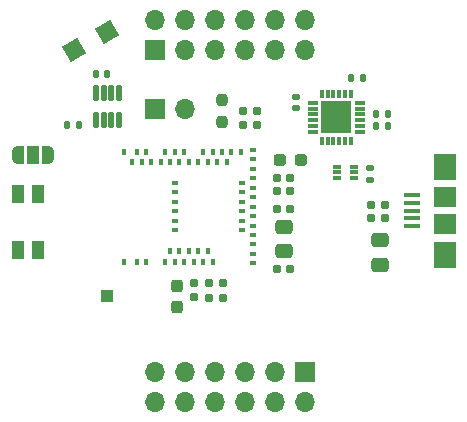
<source format=gbr>
%TF.GenerationSoftware,KiCad,Pcbnew,7.0.5*%
%TF.CreationDate,2023-06-02T12:39:08-04:00*%
%TF.ProjectId,MCU,4d43552e-6b69-4636-9164-5f7063625858,rev?*%
%TF.SameCoordinates,Original*%
%TF.FileFunction,Soldermask,Top*%
%TF.FilePolarity,Negative*%
%FSLAX46Y46*%
G04 Gerber Fmt 4.6, Leading zero omitted, Abs format (unit mm)*
G04 Created by KiCad (PCBNEW 7.0.5) date 2023-06-02 12:39:08*
%MOMM*%
%LPD*%
G01*
G04 APERTURE LIST*
G04 Aperture macros list*
%AMRoundRect*
0 Rectangle with rounded corners*
0 $1 Rounding radius*
0 $2 $3 $4 $5 $6 $7 $8 $9 X,Y pos of 4 corners*
0 Add a 4 corners polygon primitive as box body*
4,1,4,$2,$3,$4,$5,$6,$7,$8,$9,$2,$3,0*
0 Add four circle primitives for the rounded corners*
1,1,$1+$1,$2,$3*
1,1,$1+$1,$4,$5*
1,1,$1+$1,$6,$7*
1,1,$1+$1,$8,$9*
0 Add four rect primitives between the rounded corners*
20,1,$1+$1,$2,$3,$4,$5,0*
20,1,$1+$1,$4,$5,$6,$7,0*
20,1,$1+$1,$6,$7,$8,$9,0*
20,1,$1+$1,$8,$9,$2,$3,0*%
%AMRotRect*
0 Rectangle, with rotation*
0 The origin of the aperture is its center*
0 $1 length*
0 $2 width*
0 $3 Rotation angle, in degrees counterclockwise*
0 Add horizontal line*
21,1,$1,$2,0,0,$3*%
%AMFreePoly0*
4,1,19,0.550000,-0.750000,0.000000,-0.750000,0.000000,-0.744911,-0.071157,-0.744911,-0.207708,-0.704816,-0.327430,-0.627875,-0.420627,-0.520320,-0.479746,-0.390866,-0.500000,-0.250000,-0.500000,0.250000,-0.479746,0.390866,-0.420627,0.520320,-0.327430,0.627875,-0.207708,0.704816,-0.071157,0.744911,0.000000,0.744911,0.000000,0.750000,0.550000,0.750000,0.550000,-0.750000,0.550000,-0.750000,
$1*%
%AMFreePoly1*
4,1,19,0.000000,0.744911,0.071157,0.744911,0.207708,0.704816,0.327430,0.627875,0.420627,0.520320,0.479746,0.390866,0.500000,0.250000,0.500000,-0.250000,0.479746,-0.390866,0.420627,-0.520320,0.327430,-0.627875,0.207708,-0.704816,0.071157,-0.744911,0.000000,-0.744911,0.000000,-0.750000,-0.550000,-0.750000,-0.550000,0.750000,0.000000,0.750000,0.000000,0.744911,0.000000,0.744911,
$1*%
G04 Aperture macros list end*
%ADD10R,1.700000X1.700000*%
%ADD11O,1.700000X1.700000*%
%ADD12R,0.350000X0.800000*%
%ADD13R,0.850000X0.350000*%
%ADD14R,2.600000X2.700000*%
%ADD15RoundRect,0.237500X0.287500X0.237500X-0.287500X0.237500X-0.287500X-0.237500X0.287500X-0.237500X0*%
%ADD16RoundRect,0.155000X0.212500X0.155000X-0.212500X0.155000X-0.212500X-0.155000X0.212500X-0.155000X0*%
%ADD17RoundRect,0.140000X0.140000X0.170000X-0.140000X0.170000X-0.140000X-0.170000X0.140000X-0.170000X0*%
%ADD18RoundRect,0.160000X0.160000X-0.197500X0.160000X0.197500X-0.160000X0.197500X-0.160000X-0.197500X0*%
%ADD19RoundRect,0.160000X-0.197500X-0.160000X0.197500X-0.160000X0.197500X0.160000X-0.197500X0.160000X0*%
%ADD20R,1.000000X1.000000*%
%ADD21RoundRect,0.237500X0.237500X-0.287500X0.237500X0.287500X-0.237500X0.287500X-0.237500X-0.287500X0*%
%ADD22RoundRect,0.160000X0.197500X0.160000X-0.197500X0.160000X-0.197500X-0.160000X0.197500X-0.160000X0*%
%ADD23RoundRect,0.250000X-0.475000X0.337500X-0.475000X-0.337500X0.475000X-0.337500X0.475000X0.337500X0*%
%ADD24R,0.660000X0.310000*%
%ADD25RoundRect,0.125000X0.125000X-0.537500X0.125000X0.537500X-0.125000X0.537500X-0.125000X-0.537500X0*%
%ADD26RoundRect,0.135000X0.135000X0.185000X-0.135000X0.185000X-0.135000X-0.185000X0.135000X-0.185000X0*%
%ADD27RoundRect,0.237500X0.237500X-0.250000X0.237500X0.250000X-0.237500X0.250000X-0.237500X-0.250000X0*%
%ADD28R,0.400000X0.600000*%
%ADD29R,0.600000X0.400000*%
%ADD30R,1.100000X1.500000*%
%ADD31RoundRect,0.140000X-0.140000X-0.170000X0.140000X-0.170000X0.140000X0.170000X-0.140000X0.170000X0*%
%ADD32FreePoly0,180.000000*%
%ADD33R,1.000000X1.500000*%
%ADD34FreePoly1,180.000000*%
%ADD35RotRect,1.500000X1.500000X30.000000*%
%ADD36RoundRect,0.140000X-0.170000X0.140000X-0.170000X-0.140000X0.170000X-0.140000X0.170000X0.140000X0*%
%ADD37RoundRect,0.160000X-0.160000X0.197500X-0.160000X-0.197500X0.160000X-0.197500X0.160000X0.197500X0*%
%ADD38R,1.400000X0.400000*%
%ADD39R,1.900000X2.300000*%
%ADD40R,1.900000X1.800000*%
G04 APERTURE END LIST*
D10*
%TO.C,J4*%
X143810000Y-91510000D03*
D11*
X146350000Y-91510000D03*
%TD*%
D12*
%TO.C,U1*%
X157930000Y-94197500D03*
X158430000Y-94197500D03*
X158930000Y-94197500D03*
X159430000Y-94197500D03*
X159930000Y-94197500D03*
X160430000Y-94197500D03*
D13*
X161155000Y-93447500D03*
X161155000Y-92947500D03*
X161155000Y-92447500D03*
X161155000Y-91947500D03*
X161155000Y-91447500D03*
X161155000Y-90947500D03*
D12*
X160430000Y-90197500D03*
X159930000Y-90197500D03*
X159430000Y-90197500D03*
X158930000Y-90197500D03*
X158430000Y-90197500D03*
X157930000Y-90197500D03*
D13*
X157205000Y-90947500D03*
X157205000Y-91447500D03*
X157205000Y-91947500D03*
X157205000Y-92447500D03*
X157205000Y-92947500D03*
X157205000Y-93447500D03*
D14*
X159180000Y-92197500D03*
%TD*%
D15*
%TO.C,L1*%
X156165000Y-95840000D03*
X154415000Y-95840000D03*
%TD*%
D16*
%TO.C,C5*%
X155287500Y-97350000D03*
X154152500Y-97350000D03*
%TD*%
D17*
%TO.C,C1*%
X161400000Y-88870000D03*
X160440000Y-88870000D03*
%TD*%
D16*
%TO.C,C2*%
X155287500Y-105040000D03*
X154152500Y-105040000D03*
%TD*%
D18*
%TO.C,R11*%
X147160000Y-107436121D03*
X147160000Y-106241121D03*
%TD*%
D19*
%TO.C,R6*%
X162122500Y-100750000D03*
X163317500Y-100750000D03*
%TD*%
D20*
%TO.C,TP3*%
X139760000Y-107278621D03*
%TD*%
D21*
%TO.C,D1*%
X145670000Y-108228621D03*
X145670000Y-106478621D03*
%TD*%
D10*
%TO.C,J1*%
X143810000Y-86465599D03*
D11*
X143810000Y-83925599D03*
X146350000Y-86465599D03*
X146350000Y-83925599D03*
X148890000Y-86465599D03*
X148890000Y-83925599D03*
X151430000Y-86465599D03*
X151430000Y-83925599D03*
X153970000Y-86465599D03*
X153970000Y-83925599D03*
X156510000Y-86465599D03*
X156510000Y-83925599D03*
%TD*%
D22*
%TO.C,R2*%
X152447500Y-91660000D03*
X151252500Y-91660000D03*
%TD*%
D23*
%TO.C,C9*%
X162840000Y-102587110D03*
X162840000Y-104662110D03*
%TD*%
D24*
%TO.C,IC1*%
X159230000Y-96358621D03*
X159230000Y-96858621D03*
X159230000Y-97358621D03*
X160700000Y-97358621D03*
X160700000Y-96858621D03*
X160700000Y-96358621D03*
%TD*%
D25*
%TO.C,U3*%
X138820000Y-92387500D03*
X139470000Y-92387500D03*
X140120000Y-92387500D03*
X140770000Y-92387500D03*
X140770000Y-90112500D03*
X140120000Y-90112500D03*
X139470000Y-90112500D03*
X138820000Y-90112500D03*
%TD*%
D10*
%TO.C,J2*%
X156510000Y-113743621D03*
D11*
X156510000Y-116283621D03*
X153970000Y-113743621D03*
X153970000Y-116283621D03*
X151430000Y-113743621D03*
X151430000Y-116283621D03*
X148890000Y-113743621D03*
X148890000Y-116283621D03*
X146350000Y-113743621D03*
X146350000Y-116283621D03*
X143810000Y-113743621D03*
X143810000Y-116283621D03*
%TD*%
D26*
%TO.C,R4*%
X137410000Y-92830000D03*
X136390000Y-92830000D03*
%TD*%
D23*
%TO.C,Y1*%
X154720000Y-101467500D03*
X154720000Y-103542500D03*
%TD*%
D17*
%TO.C,C3*%
X163510000Y-92950000D03*
X162550000Y-92950000D03*
%TD*%
%TO.C,C7*%
X163510000Y-91950000D03*
X162550000Y-91950000D03*
%TD*%
D27*
%TO.C,R3*%
X149460000Y-92572500D03*
X149460000Y-90747500D03*
%TD*%
D28*
%TO.C,U2*%
X141189995Y-104399991D03*
X142289995Y-104399991D03*
X143089995Y-104399991D03*
X144689995Y-104399991D03*
X145089995Y-103499991D03*
X145489995Y-104399991D03*
X145889995Y-103499991D03*
X146289995Y-104399991D03*
X146689995Y-103499991D03*
X147089995Y-104399991D03*
X147489995Y-103499991D03*
X147889995Y-104399991D03*
X148289995Y-103499991D03*
X148689995Y-104399991D03*
D29*
X152089995Y-104549991D03*
X152089995Y-103749991D03*
X152089995Y-102949991D03*
X152089995Y-102149991D03*
X151189995Y-101749991D03*
X152089995Y-101349991D03*
X151189995Y-100949991D03*
X152089995Y-100549991D03*
X151189995Y-100149991D03*
X152089995Y-99749991D03*
X151189995Y-99349991D03*
X152089995Y-98949991D03*
X151189995Y-98549991D03*
X152089995Y-98149991D03*
X151189995Y-97749991D03*
X152089995Y-97349991D03*
X152089995Y-96549991D03*
X152089995Y-95749991D03*
X152089995Y-94949991D03*
D28*
X151089995Y-95099991D03*
X150289995Y-95099991D03*
X149889995Y-95999991D03*
X149489995Y-95099991D03*
X149089995Y-95999991D03*
X148689995Y-95099991D03*
X148289995Y-95999991D03*
X147889995Y-95099991D03*
X147489995Y-95999991D03*
X146689995Y-95999991D03*
X146289995Y-95099991D03*
X145889995Y-95999991D03*
X145489995Y-95099991D03*
X145089995Y-95999991D03*
X144689995Y-95099991D03*
X144289995Y-95999991D03*
X143489995Y-95999991D03*
X143089995Y-95099991D03*
X142689995Y-95999991D03*
X142289995Y-95099991D03*
X141889995Y-95999991D03*
X141189995Y-95099991D03*
D29*
X145489995Y-101749991D03*
X145489995Y-100949991D03*
X145489995Y-100149991D03*
X145489995Y-99349991D03*
X145489995Y-98549991D03*
X145489995Y-97749991D03*
%TD*%
D16*
%TO.C,C6*%
X155287500Y-98450000D03*
X154152500Y-98450000D03*
%TD*%
D30*
%TO.C,SW1*%
X132190000Y-103398621D03*
X132190000Y-98698621D03*
X133890000Y-103398621D03*
X133890000Y-98698621D03*
%TD*%
D31*
%TO.C,C10*%
X138820000Y-88520000D03*
X139780000Y-88520000D03*
%TD*%
D32*
%TO.C,JP1*%
X134800000Y-95378621D03*
D33*
X133500000Y-95378621D03*
D34*
X132200000Y-95378621D03*
%TD*%
D35*
%TO.C,TP2*%
X137000000Y-86500000D03*
%TD*%
D36*
%TO.C,C11*%
X162000000Y-96510000D03*
X162000000Y-97470000D03*
%TD*%
D19*
%TO.C,R5*%
X162122500Y-99630000D03*
X163317500Y-99630000D03*
%TD*%
D36*
%TO.C,C8*%
X155730000Y-90480000D03*
X155730000Y-91440000D03*
%TD*%
D22*
%TO.C,R1*%
X152447500Y-92840000D03*
X151252500Y-92840000D03*
%TD*%
D35*
%TO.C,TP1*%
X139750000Y-85000000D03*
%TD*%
D16*
%TO.C,C4*%
X155287500Y-99970000D03*
X154152500Y-99970000D03*
%TD*%
D37*
%TO.C,R8*%
X149564000Y-106255000D03*
X149564000Y-107450000D03*
%TD*%
%TO.C,R7*%
X148360000Y-106255000D03*
X148360000Y-107450000D03*
%TD*%
D38*
%TO.C,J3*%
X165550000Y-101404610D03*
X165550000Y-100754610D03*
X165550000Y-100104610D03*
X165550000Y-99454610D03*
X165550000Y-98804610D03*
D39*
X168400000Y-103854610D03*
D40*
X168400000Y-101254610D03*
X168400000Y-98954610D03*
D39*
X168400000Y-96354610D03*
%TD*%
M02*

</source>
